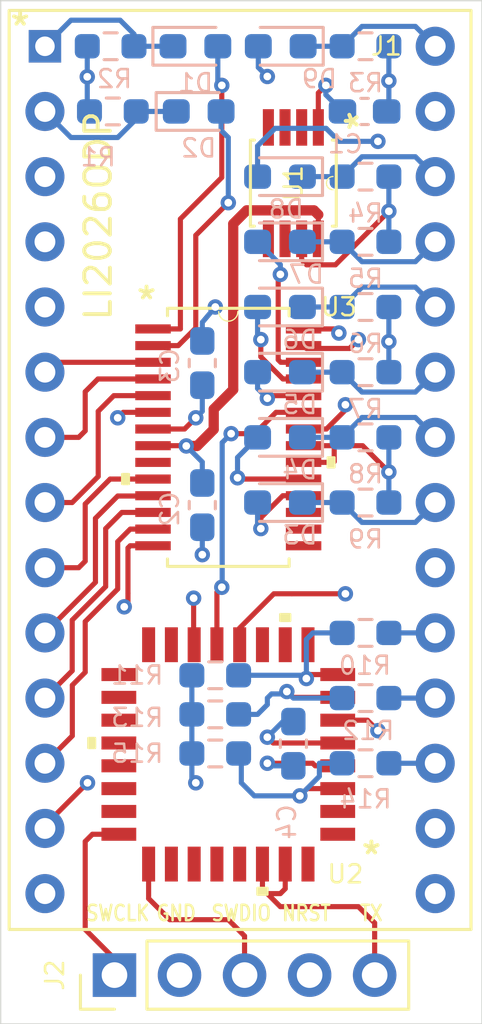
<source format=kicad_pcb>
(kicad_pcb (version 20171130) (host pcbnew 5.1.12-84ad8e8a86~92~ubuntu20.04.1)
  (layers (0 F.Cu signal hide) (1 In1.Cu power hide) (2 In2.Cu signal hide) (31 B.Cu signal hide) (34 B.Paste user hide) (35 F.Paste user hide) (36 B.SilkS user) (37 F.SilkS user) (38 B.Mask user hide) (39 F.Mask user hide) (44 Edge.Cuts user))
  (net 0 "")
  (net 1 "Net-(J1-Pad27)")
  (net 2 "Net-(J1-Pad20)")
  (net 3 "Net-(J1-Pad16)")
  (net 4 "Net-(J1-Pad15)")
  (net 5 "Net-(J1-Pad5)")
  (net 6 "Net-(J1-Pad3)")
  (net 7 "Net-(U2-Pad32)")
  (net 8 "Net-(U2-Pad29)")
  (net 9 "Net-(U2-Pad28)")
  (net 10 "Net-(U2-Pad27)")
  (net 11 "Net-(U2-Pad26)")
  (net 12 "Net-(U2-Pad23)")
  (net 13 "Net-(U2-Pad22)")
  (net 14 "Net-(U2-Pad21)")
  (net 15 "Net-(U2-Pad20)")
  (net 16 "Net-(U2-Pad19)")
  (net 17 "Net-(U2-Pad18)")
  (net 18 "Net-(U2-Pad17)")
  (net 19 "Net-(U2-Pad16)")
  (net 20 "Net-(U2-Pad15)")
  (net 21 "Net-(U2-Pad2)")
  (net 22 "Net-(U2-Pad1)")
  (net 23 "Net-(U3-Pad17)")
  (net 24 "Net-(U3-Pad16)")
  (net 25 "Net-(U3-Pad15)")
  (net 26 "Net-(U3-Pad9)")
  (net 27 GND)
  (net 28 +3V3)
  (net 29 /+25V)
  (net 30 /D1)
  (net 31 "Net-(D1-Pad1)")
  (net 32 /D0)
  (net 33 "Net-(D2-Pad1)")
  (net 34 /D8)
  (net 35 "Net-(D3-Pad1)")
  (net 36 /D7)
  (net 37 "Net-(D4-Pad1)")
  (net 38 /D6)
  (net 39 "Net-(D5-Pad1)")
  (net 40 /D5)
  (net 41 "Net-(D6-Pad1)")
  (net 42 /D4)
  (net 43 "Net-(D7-Pad1)")
  (net 44 /D3)
  (net 45 "Net-(D8-Pad1)")
  (net 46 /D2)
  (net 47 "Net-(D9-Pad1)")
  (net 48 /KEY3)
  (net 49 /KEY2)
  (net 50 /KEY1)
  (net 51 /SEG_DP)
  (net 52 /SEG_D)
  (net 53 /SEG_C)
  (net 54 /SEG_E)
  (net 55 /SEG_G)
  (net 56 /SEG_B)
  (net 57 /SEG_F)
  (net 58 /SEG_A)
  (net 59 /NRST)
  (net 60 /SWDIO)
  (net 61 /SWCLK)
  (net 62 /RKEY3)
  (net 63 /RKEY2)
  (net 64 /RKEY1)
  (net 65 /MOSI)
  (net 66 /LOAD)
  (net 67 /SCK)
  (net 68 /LPUART2_TX)
  (net 69 "Net-(U2-Pad9)")
  (net 70 "Net-(U2-Pad10)")
  (net 71 "Net-(U2-Pad11)")
  (net 72 "Net-(U1-Pad6)")
  (net 73 "Net-(U1-Pad5)")
  (net 74 "Net-(U1-Pad4)")
  (net 75 "Net-(U1-Pad3)")
  (net 76 "Net-(U1-Pad2)")
  (module Connector_PinHeader_2.54mm:PinHeader_1x05_P2.54mm_Vertical (layer F.Cu) (at 120.015 122.555 90)
    (fp_text reference J2 (at 0 -2.33 90) (layer F.SilkS) (effects (font (size 0.7 0.7) (thickness 0.1))))
    (fp_text value Conn_01x05_Male)
    (pad 5 thru_hole oval (at 0 10.16 90) (size 1.7 1.7) (drill 1) (layers *.Cu *.Mask) (net 68 /LPUART2_TX))
    (pad 4 thru_hole oval (at 0 7.62 90) (size 1.7 1.7) (drill 1) (layers *.Cu *.Mask) (net 59 /NRST))
    (pad 3 thru_hole oval (at 0 5.08 90) (size 1.7 1.7) (drill 1) (layers *.Cu *.Mask) (net 60 /SWDIO))
    (pad 2 thru_hole oval (at 0 2.54 90) (size 1.7 1.7) (drill 1) (layers *.Cu *.Mask) (net 27 GND))
    (pad 1 thru_hole rect (at 0 0 90) (size 1.7 1.7) (drill 1) (layers *.Cu *.Mask) (net 61 /SWCLK))
  )
  (module DIP28:9-1437539-2 (layer F.Cu) (at 132.54 119.38)
    (fp_text reference J1 (at -1.905 -33.02) (layer F.SilkS) (effects (font (size 0.7 0.7) (thickness 0.1))))
    (fp_text value CON28-B700X1400_DIP hide)
    (fp_text user * (at -16.208 -33.782) (layer F.SilkS))
    (pad 28 thru_hole circle (at 0 -33.02) (size 1.524 1.524) (drill 0.8128) (layers *.Cu *.Mask) (net 47 "Net-(D9-Pad1)"))
    (pad 27 thru_hole circle (at 0 -30.48) (size 1.524 1.524) (drill 0.8128) (layers *.Cu *.Mask) (net 1 "Net-(J1-Pad27)"))
    (pad 26 thru_hole circle (at 0 -27.94) (size 1.524 1.524) (drill 0.8128) (layers *.Cu *.Mask) (net 45 "Net-(D8-Pad1)"))
    (pad 25 thru_hole circle (at 0 -25.4) (size 1.524 1.524) (drill 0.8128) (layers *.Cu *.Mask) (net 43 "Net-(D7-Pad1)"))
    (pad 24 thru_hole circle (at 0 -22.86) (size 1.524 1.524) (drill 0.8128) (layers *.Cu *.Mask) (net 41 "Net-(D6-Pad1)"))
    (pad 23 thru_hole circle (at 0 -20.32) (size 1.524 1.524) (drill 0.8128) (layers *.Cu *.Mask) (net 39 "Net-(D5-Pad1)"))
    (pad 22 thru_hole circle (at 0 -17.78) (size 1.524 1.524) (drill 0.8128) (layers *.Cu *.Mask) (net 37 "Net-(D4-Pad1)"))
    (pad 21 thru_hole circle (at 0 -15.24) (size 1.524 1.524) (drill 0.8128) (layers *.Cu *.Mask) (net 35 "Net-(D3-Pad1)"))
    (pad 20 thru_hole circle (at 0 -12.7) (size 1.524 1.524) (drill 0.8128) (layers *.Cu *.Mask) (net 2 "Net-(J1-Pad20)"))
    (pad 19 thru_hole circle (at 0 -10.16) (size 1.524 1.524) (drill 0.8128) (layers *.Cu *.Mask) (net 48 /KEY3))
    (pad 18 thru_hole circle (at 0 -7.62) (size 1.524 1.524) (drill 0.8128) (layers *.Cu *.Mask) (net 49 /KEY2))
    (pad 17 thru_hole circle (at 0 -5.08) (size 1.524 1.524) (drill 0.8128) (layers *.Cu *.Mask) (net 50 /KEY1))
    (pad 16 thru_hole circle (at 0 -2.54) (size 1.524 1.524) (drill 0.8128) (layers *.Cu *.Mask) (net 3 "Net-(J1-Pad16)"))
    (pad 15 thru_hole circle (at 0 0) (size 1.524 1.524) (drill 0.8128) (layers *.Cu *.Mask) (net 4 "Net-(J1-Pad15)"))
    (pad 14 thru_hole circle (at -15.24 0) (size 1.524 1.524) (drill 0.8128) (layers *.Cu *.Mask) (net 29 /+25V))
    (pad 13 thru_hole circle (at -15.24 -2.54) (size 1.524 1.524) (drill 0.8128) (layers *.Cu *.Mask) (net 51 /SEG_DP))
    (pad 12 thru_hole circle (at -15.24 -5.08) (size 1.524 1.524) (drill 0.8128) (layers *.Cu *.Mask) (net 52 /SEG_D))
    (pad 11 thru_hole circle (at -15.24 -7.62) (size 1.524 1.524) (drill 0.8128) (layers *.Cu *.Mask) (net 53 /SEG_C))
    (pad 10 thru_hole circle (at -15.24 -10.16) (size 1.524 1.524) (drill 0.8128) (layers *.Cu *.Mask) (net 54 /SEG_E))
    (pad 9 thru_hole circle (at -15.24 -12.7) (size 1.524 1.524) (drill 0.8128) (layers *.Cu *.Mask) (net 55 /SEG_G))
    (pad 8 thru_hole circle (at -15.24 -15.24) (size 1.524 1.524) (drill 0.8128) (layers *.Cu *.Mask) (net 56 /SEG_B))
    (pad 7 thru_hole circle (at -15.24 -17.78) (size 1.524 1.524) (drill 0.8128) (layers *.Cu *.Mask) (net 57 /SEG_F))
    (pad 6 thru_hole circle (at -15.24 -20.32) (size 1.524 1.524) (drill 0.8128) (layers *.Cu *.Mask) (net 58 /SEG_A))
    (pad 5 thru_hole circle (at -15.24 -22.86) (size 1.524 1.524) (drill 0.8128) (layers *.Cu *.Mask) (net 5 "Net-(J1-Pad5)"))
    (pad 4 thru_hole circle (at -15.24 -25.4) (size 1.524 1.524) (drill 0.8128) (layers *.Cu *.Mask) (net 27 GND))
    (pad 3 thru_hole circle (at -15.24 -27.94) (size 1.524 1.524) (drill 0.8128) (layers *.Cu *.Mask) (net 6 "Net-(J1-Pad3)"))
    (pad 2 thru_hole circle (at -15.24 -30.48) (size 1.524 1.524) (drill 0.8128) (layers *.Cu *.Mask) (net 33 "Net-(D2-Pad1)"))
    (pad 1 thru_hole rect (at -15.24 -33.02) (size 1.27 1.27) (drill 0.762) (layers *.Cu *.Mask) (net 31 "Net-(D1-Pad1)"))
  )
  (module LM2936MM:LM2936MM-3.3 (layer F.Cu) (at 127 91.694 270)
    (fp_text reference U1 (at 0 0 90) (layer F.SilkS) (effects (font (size 0.7 0.7) (thickness 0.1))))
    (fp_text value MUA08A_TEX hide)
    (fp_text user * (at -2.4257 -2.5879 90) (layer F.SilkS))
    (fp_text user * (at -2.4257 -2.5879 90) (layer F.SilkS))
    (pad 8 smd rect (at 2.1717 -0.974999 270) (size 1.4224 0.4318) (layers F.Cu F.Paste F.Mask) (net 29 /+25V))
    (pad 7 smd rect (at 2.1717 -0.325001 270) (size 1.4224 0.4318) (layers F.Cu F.Paste F.Mask) (net 27 GND))
    (pad 6 smd rect (at 2.1717 0.325001 270) (size 1.4224 0.4318) (layers F.Cu F.Paste F.Mask) (net 72 "Net-(U1-Pad6)"))
    (pad 5 smd rect (at 2.1717 0.974999 270) (size 1.4224 0.4318) (layers F.Cu F.Paste F.Mask) (net 73 "Net-(U1-Pad5)"))
    (pad 4 smd rect (at -2.1717 0.974999 270) (size 1.4224 0.4318) (layers F.Cu F.Paste F.Mask) (net 74 "Net-(U1-Pad4)"))
    (pad 3 smd rect (at -2.1717 0.325001 270) (size 1.4224 0.4318) (layers F.Cu F.Paste F.Mask) (net 75 "Net-(U1-Pad3)"))
    (pad 2 smd rect (at -2.1717 -0.325001 270) (size 1.4224 0.4318) (layers F.Cu F.Paste F.Mask) (net 76 "Net-(U1-Pad2)"))
    (pad 1 smd rect (at -2.1717 -0.974999 270) (size 1.4224 0.4318) (layers F.Cu F.Paste F.Mask) (net 28 +3V3))
  )
  (module MAX6921:max6921aui (layer F.Cu) (at 124.46 101.6)
    (fp_text reference U3 (at 4.318 -5.08) (layer F.SilkS) (effects (font (size 0.7 0.7) (thickness 0.1))))
    (fp_text value 21-0066J_28_MXM hide)
    (fp_text user * (at -3.19405 -5.334) (layer F.SilkS))
    (pad 28 smd rect (at 2.94005 -4.225) (size 1.3843 0.3556) (layers F.Cu F.Paste F.Mask) (net 46 /D2))
    (pad 27 smd rect (at 2.94005 -3.574999) (size 1.3843 0.3556) (layers F.Cu F.Paste F.Mask) (net 44 /D3))
    (pad 26 smd rect (at 2.94005 -2.925) (size 1.3843 0.3556) (layers F.Cu F.Paste F.Mask) (net 42 /D4))
    (pad 25 smd rect (at 2.94005 -2.274999) (size 1.3843 0.3556) (layers F.Cu F.Paste F.Mask) (net 40 /D5))
    (pad 24 smd rect (at 2.94005 -1.625001) (size 1.3843 0.3556) (layers F.Cu F.Paste F.Mask) (net 38 /D6))
    (pad 23 smd rect (at 2.94005 -0.974999) (size 1.3843 0.3556) (layers F.Cu F.Paste F.Mask) (net 66 /LOAD))
    (pad 22 smd rect (at 2.94005 -0.325001) (size 1.3843 0.3556) (layers F.Cu F.Paste F.Mask) (net 67 /SCK))
    (pad 21 smd rect (at 2.94005 0.325001) (size 1.3843 0.3556) (layers F.Cu F.Paste F.Mask) (net 27 GND))
    (pad 20 smd rect (at 2.94005 0.974999) (size 1.3843 0.3556) (layers F.Cu F.Paste F.Mask) (net 27 GND))
    (pad 19 smd rect (at 2.94005 1.625001) (size 1.3843 0.3556) (layers F.Cu F.Paste F.Mask) (net 36 /D7))
    (pad 18 smd rect (at 2.94005 2.274999) (size 1.3843 0.3556) (layers F.Cu F.Paste F.Mask) (net 34 /D8))
    (pad 17 smd rect (at 2.94005 2.925) (size 1.3843 0.3556) (layers F.Cu F.Paste F.Mask) (net 23 "Net-(U3-Pad17)"))
    (pad 16 smd rect (at 2.94005 3.574999) (size 1.3843 0.3556) (layers F.Cu F.Paste F.Mask) (net 24 "Net-(U3-Pad16)"))
    (pad 15 smd rect (at 2.94005 4.225) (size 1.3843 0.3556) (layers F.Cu F.Paste F.Mask) (net 25 "Net-(U3-Pad15)"))
    (pad 14 smd rect (at -2.94005 4.224998) (size 1.3843 0.3556) (layers F.Cu F.Paste F.Mask) (net 51 /SEG_DP))
    (pad 13 smd rect (at -2.94005 3.574999) (size 1.3843 0.3556) (layers F.Cu F.Paste F.Mask) (net 52 /SEG_D))
    (pad 12 smd rect (at -2.94005 2.924998) (size 1.3843 0.3556) (layers F.Cu F.Paste F.Mask) (net 53 /SEG_C))
    (pad 11 smd rect (at -2.94005 2.274999) (size 1.3843 0.3556) (layers F.Cu F.Paste F.Mask) (net 54 /SEG_E))
    (pad 10 smd rect (at -2.94005 1.624998) (size 1.3843 0.3556) (layers F.Cu F.Paste F.Mask) (net 55 /SEG_G))
    (pad 9 smd rect (at -2.94005 0.974999) (size 1.3843 0.3556) (layers F.Cu F.Paste F.Mask) (net 26 "Net-(U3-Pad9)"))
    (pad 8 smd rect (at -2.94005 0.324998) (size 1.3843 0.3556) (layers F.Cu F.Paste F.Mask) (net 29 /+25V))
    (pad 7 smd rect (at -2.94005 -0.325001) (size 1.3843 0.3556) (layers F.Cu F.Paste F.Mask) (net 28 +3V3))
    (pad 6 smd rect (at -2.94005 -0.974999) (size 1.3843 0.3556) (layers F.Cu F.Paste F.Mask) (net 65 /MOSI))
    (pad 5 smd rect (at -2.94005 -1.625001) (size 1.3843 0.3556) (layers F.Cu F.Paste F.Mask) (net 56 /SEG_B))
    (pad 4 smd rect (at -2.94005 -2.274999) (size 1.3843 0.3556) (layers F.Cu F.Paste F.Mask) (net 57 /SEG_F))
    (pad 3 smd rect (at -2.94005 -2.925) (size 1.3843 0.3556) (layers F.Cu F.Paste F.Mask) (net 58 /SEG_A))
    (pad 2 smd rect (at -2.94005 -3.574999) (size 1.3843 0.3556) (layers F.Cu F.Paste F.Mask) (net 32 /D0))
    (pad 1 smd rect (at -2.94005 -4.225) (size 1.3843 0.3556) (layers F.Cu F.Paste F.Mask) (net 30 /D1))
  )
  (module Resistor_SMD:R_0603_1608Metric_Pad0.98x0.95mm_HandSolder (layer B.Cu) (at 123.95 113.919 180)
    (fp_text reference R15 (at 3.046 0) (layer B.SilkS) (effects (font (size 0.7 0.7) (thickness 0.1)) (justify mirror)))
    (fp_text value 3.3k)
    (pad 2 smd roundrect (at 0.9125 0 180) (size 0.975 0.95) (layers B.Cu B.Paste B.Mask) (net 27 GND))
    (pad 1 smd roundrect (at -0.9125 0 180) (size 0.975 0.95) (layers B.Cu B.Paste B.Mask) (net 64 /RKEY1))
  )
  (module Resistor_SMD:R_0603_1608Metric_Pad0.98x0.95mm_HandSolder (layer B.Cu) (at 129.8175 114.3 180)
    (fp_text reference R14 (at 0 -1.397) (layer B.SilkS) (effects (font (size 0.7 0.7) (thickness 0.1)) (justify mirror)))
    (fp_text value 27k)
    (pad 2 smd roundrect (at 0.9125 0 180) (size 0.975 0.95) (layers B.Cu B.Paste B.Mask) (net 64 /RKEY1))
    (pad 1 smd roundrect (at -0.9125 0 180) (size 0.975 0.95) (layers B.Cu B.Paste B.Mask) (net 50 /KEY1))
  )
  (module Resistor_SMD:R_0603_1608Metric_Pad0.98x0.95mm_HandSolder (layer B.Cu) (at 123.95 112.395 180)
    (fp_text reference R13 (at 3.046 -0.127) (layer B.SilkS) (effects (font (size 0.7 0.7) (thickness 0.1)) (justify mirror)))
    (fp_text value 3.3k)
    (pad 2 smd roundrect (at 0.9125 0 180) (size 0.975 0.95) (layers B.Cu B.Paste B.Mask) (net 27 GND))
    (pad 1 smd roundrect (at -0.9125 0 180) (size 0.975 0.95) (layers B.Cu B.Paste B.Mask) (net 63 /RKEY2))
  )
  (module Resistor_SMD:R_0603_1608Metric_Pad0.98x0.95mm_HandSolder (layer B.Cu) (at 129.8175 111.76 180)
    (fp_text reference R12 (at -0.1035 -1.27) (layer B.SilkS) (effects (font (size 0.7 0.7) (thickness 0.1)) (justify mirror)))
    (fp_text value 27k)
    (pad 2 smd roundrect (at 0.9125 0 180) (size 0.975 0.95) (layers B.Cu B.Paste B.Mask) (net 63 /RKEY2))
    (pad 1 smd roundrect (at -0.9125 0 180) (size 0.975 0.95) (layers B.Cu B.Paste B.Mask) (net 49 /KEY2))
  )
  (module Resistor_SMD:R_0603_1608Metric_Pad0.98x0.95mm_HandSolder (layer B.Cu) (at 123.95 110.871 180)
    (fp_text reference R11 (at 3.046 0) (layer B.SilkS) (effects (font (size 0.7 0.7) (thickness 0.1)) (justify mirror)))
    (fp_text value 3.3k)
    (pad 2 smd roundrect (at 0.9125 0 180) (size 0.975 0.95) (layers B.Cu B.Paste B.Mask) (net 27 GND))
    (pad 1 smd roundrect (at -0.9125 0 180) (size 0.975 0.95) (layers B.Cu B.Paste B.Mask) (net 62 /RKEY3))
  )
  (module Resistor_SMD:R_0603_1608Metric_Pad0.98x0.95mm_HandSolder (layer B.Cu) (at 129.8175 109.22 180)
    (fp_text reference R10 (at 0.0235 -1.27) (layer B.SilkS) (effects (font (size 0.7 0.7) (thickness 0.1)) (justify mirror)))
    (fp_text value 27k)
    (pad 2 smd roundrect (at 0.9125 0 180) (size 0.975 0.95) (layers B.Cu B.Paste B.Mask) (net 62 /RKEY3))
    (pad 1 smd roundrect (at -0.9125 0 180) (size 0.975 0.95) (layers B.Cu B.Paste B.Mask) (net 48 /KEY3))
  )
  (module Resistor_SMD:R_0603_1608Metric_Pad0.98x0.95mm_HandSolder (layer B.Cu) (at 129.8175 104.14)
    (fp_text reference R9 (at 0 1.43) (layer B.SilkS) (effects (font (size 0.7 0.7) (thickness 0.1)) (justify mirror)))
    (fp_text value 15k)
    (pad 2 smd roundrect (at 0.9125 0) (size 0.975 0.95) (layers B.Cu B.Paste B.Mask) (net 27 GND))
    (pad 1 smd roundrect (at -0.9125 0) (size 0.975 0.95) (layers B.Cu B.Paste B.Mask) (net 35 "Net-(D3-Pad1)"))
  )
  (module Resistor_SMD:R_0603_1608Metric_Pad0.98x0.95mm_HandSolder (layer B.Cu) (at 129.8175 101.6)
    (fp_text reference R8 (at 0 1.43) (layer B.SilkS) (effects (font (size 0.7 0.7) (thickness 0.1)) (justify mirror)))
    (fp_text value 15k)
    (pad 2 smd roundrect (at 0.9125 0) (size 0.975 0.95) (layers B.Cu B.Paste B.Mask) (net 27 GND))
    (pad 1 smd roundrect (at -0.9125 0) (size 0.975 0.95) (layers B.Cu B.Paste B.Mask) (net 37 "Net-(D4-Pad1)"))
  )
  (module Resistor_SMD:R_0603_1608Metric_Pad0.98x0.95mm_HandSolder (layer B.Cu) (at 129.8175 99.06)
    (fp_text reference R7 (at 0 1.43) (layer B.SilkS) (effects (font (size 0.7 0.7) (thickness 0.1)) (justify mirror)))
    (fp_text value 15k)
    (pad 2 smd roundrect (at 0.9125 0) (size 0.975 0.95) (layers B.Cu B.Paste B.Mask) (net 27 GND))
    (pad 1 smd roundrect (at -0.9125 0) (size 0.975 0.95) (layers B.Cu B.Paste B.Mask) (net 39 "Net-(D5-Pad1)"))
  )
  (module Resistor_SMD:R_0603_1608Metric_Pad0.98x0.95mm_HandSolder (layer B.Cu) (at 129.8175 96.52)
    (fp_text reference R6 (at 0 1.43) (layer B.SilkS) (effects (font (size 0.7 0.7) (thickness 0.1)) (justify mirror)))
    (fp_text value 15k)
    (pad 2 smd roundrect (at 0.9125 0) (size 0.975 0.95) (layers B.Cu B.Paste B.Mask) (net 27 GND))
    (pad 1 smd roundrect (at -0.9125 0) (size 0.975 0.95) (layers B.Cu B.Paste B.Mask) (net 41 "Net-(D6-Pad1)"))
  )
  (module Resistor_SMD:R_0603_1608Metric_Pad0.98x0.95mm_HandSolder (layer B.Cu) (at 129.8175 93.98)
    (fp_text reference R5 (at 0 1.43) (layer B.SilkS) (effects (font (size 0.7 0.7) (thickness 0.1)) (justify mirror)))
    (fp_text value 15k)
    (pad 2 smd roundrect (at 0.9125 0) (size 0.975 0.95) (layers B.Cu B.Paste B.Mask) (net 27 GND))
    (pad 1 smd roundrect (at -0.9125 0) (size 0.975 0.95) (layers B.Cu B.Paste B.Mask) (net 43 "Net-(D7-Pad1)"))
  )
  (module Diode_SMD:D_0603_1608Metric_Pad1.05x0.95mm_HandSolder (layer B.Cu) (at 126.506 86.36 180)
    (fp_text reference D9 (at -1.51 -1.27) (layer B.SilkS) (effects (font (size 0.7 0.7) (thickness 0.1)) (justify mirror)))
    (fp_text value D)
    (pad 2 smd roundrect (at 0.875 0 180) (size 1.05 0.95) (layers B.Cu B.Paste B.Mask) (net 46 /D2))
    (pad 1 smd roundrect (at -0.875 0 180) (size 1.05 0.95) (layers B.Cu B.Paste B.Mask) (net 47 "Net-(D9-Pad1)"))
  )
  (module Diode_SMD:D_0603_1608Metric_Pad1.05x0.95mm_HandSolder (layer B.Cu) (at 126.478 93.98 180)
    (fp_text reference D7 (at -1.03 -1.27) (layer B.SilkS) (effects (font (size 0.7 0.7) (thickness 0.1)) (justify mirror)))
    (fp_text value D)
    (pad 2 smd roundrect (at 0.875 0 180) (size 1.05 0.95) (layers B.Cu B.Paste B.Mask) (net 42 /D4))
    (pad 1 smd roundrect (at -0.875 0 180) (size 1.05 0.95) (layers B.Cu B.Paste B.Mask) (net 43 "Net-(D7-Pad1)"))
  )
  (module Diode_SMD:D_0603_1608Metric_Pad1.05x0.95mm_HandSolder (layer B.Cu) (at 126.478 96.52 180)
    (fp_text reference D6 (at -0.776 -1.27) (layer B.SilkS) (effects (font (size 0.7 0.7) (thickness 0.1)) (justify mirror)))
    (fp_text value D)
    (pad 2 smd roundrect (at 0.875 0 180) (size 1.05 0.95) (layers B.Cu B.Paste B.Mask) (net 40 /D5))
    (pad 1 smd roundrect (at -0.875 0 180) (size 1.05 0.95) (layers B.Cu B.Paste B.Mask) (net 41 "Net-(D6-Pad1)"))
  )
  (module Diode_SMD:D_0603_1608Metric_Pad1.05x0.95mm_HandSolder (layer B.Cu) (at 126.478 99.06 180)
    (fp_text reference D5 (at -0.776 -1.27) (layer B.SilkS) (effects (font (size 0.7 0.7) (thickness 0.1)) (justify mirror)))
    (fp_text value D)
    (pad 2 smd roundrect (at 0.875 0 180) (size 1.05 0.95) (layers B.Cu B.Paste B.Mask) (net 38 /D6))
    (pad 1 smd roundrect (at -0.875 0 180) (size 1.05 0.95) (layers B.Cu B.Paste B.Mask) (net 39 "Net-(D5-Pad1)"))
  )
  (module Capacitor_SMD:C_0603_1608Metric_Pad1.08x0.95mm_HandSolder (layer B.Cu) (at 127 113.538 90)
    (fp_text reference C4 (at -3.048 -0.254 90) (layer B.SilkS) (effects (font (size 0.7 0.7) (thickness 0.1)) (justify mirror)))
    (fp_text value 0.1u)
    (pad 2 smd roundrect (at 0.8625 0 90) (size 1.075 0.95) (layers B.Cu B.Paste B.Mask) (net 27 GND))
    (pad 1 smd roundrect (at -0.8625 0 90) (size 1.075 0.95) (layers B.Cu B.Paste B.Mask) (net 28 +3V3))
  )
  (module Capacitor_SMD:C_0603_1608Metric_Pad1.08x0.95mm_HandSolder (layer B.Cu) (at 123.444 98.7055 90)
    (fp_text reference C3 (at -0.1005 -1.27 90) (layer B.SilkS) (effects (font (size 0.7 0.7) (thickness 0.1)) (justify mirror)))
    (fp_text value 0.1u)
    (pad 2 smd roundrect (at 0.8625 0 90) (size 1.075 0.95) (layers B.Cu B.Paste B.Mask) (net 27 GND))
    (pad 1 smd roundrect (at -0.8625 0 90) (size 1.075 0.95) (layers B.Cu B.Paste B.Mask) (net 28 +3V3))
  )
  (module Capacitor_SMD:C_0603_1608Metric_Pad1.08x0.95mm_HandSolder (layer B.Cu) (at 123.444 104.2405 270)
    (fp_text reference C2 (at 0.1535 1.27 90) (layer B.SilkS) (effects (font (size 0.7 0.7) (thickness 0.1)) (justify mirror)))
    (fp_text value 0.1u)
    (pad 2 smd roundrect (at 0.8625 0 270) (size 1.075 0.95) (layers B.Cu B.Paste B.Mask) (net 27 GND))
    (pad 1 smd roundrect (at -0.8625 0 270) (size 1.075 0.95) (layers B.Cu B.Paste B.Mask) (net 29 /+25V))
  )
  (module Capacitor_SMD:C_0603_1608Metric_Pad1.08x0.95mm_HandSolder (layer B.Cu) (at 129.781 88.9)
    (fp_text reference C1 (at -0.749 1.27) (layer B.SilkS) (effects (font (size 0.7 0.7) (thickness 0.1)) (justify mirror)))
    (fp_text value 4.7u)
    (pad 2 smd roundrect (at 0.8625 0) (size 1.075 0.95) (layers B.Cu B.Paste B.Mask) (net 27 GND))
    (pad 1 smd roundrect (at -0.8625 0) (size 1.075 0.95) (layers B.Cu B.Paste B.Mask) (net 28 +3V3))
  )
  (module Resistor_SMD:R_0603_1608Metric_Pad0.98x0.95mm_HandSolder (layer B.Cu) (at 129.8175 86.36)
    (fp_text reference R3 (at 0 1.43) (layer B.SilkS) (effects (font (size 0.7 0.7) (thickness 0.1)) (justify mirror)))
    (fp_text value 15k)
    (pad 2 smd roundrect (at 0.9125 0) (size 0.975 0.95) (layers B.Cu B.Paste B.Mask) (net 27 GND))
    (pad 1 smd roundrect (at -0.9125 0) (size 0.975 0.95) (layers B.Cu B.Paste B.Mask) (net 47 "Net-(D9-Pad1)"))
  )
  (module Resistor_SMD:R_0603_1608Metric_Pad0.98x0.95mm_HandSolder (layer B.Cu) (at 119.8645 86.36 180)
    (fp_text reference R2 (at -0.1505 -1.27) (layer B.SilkS) (effects (font (size 0.7 0.7) (thickness 0.1)) (justify mirror)))
    (fp_text value 15k)
    (pad 2 smd roundrect (at 0.9125 0 180) (size 0.975 0.95) (layers B.Cu B.Paste B.Mask) (net 27 GND))
    (pad 1 smd roundrect (at -0.9125 0 180) (size 0.975 0.95) (layers B.Cu B.Paste B.Mask) (net 31 "Net-(D1-Pad1)"))
  )
  (module Resistor_SMD:R_0603_1608Metric_Pad0.98x0.95mm_HandSolder (layer B.Cu) (at 119.951 88.9 180)
    (fp_text reference R1 (at 0.571 -1.778) (layer B.SilkS) (effects (font (size 0.7 0.7) (thickness 0.1)) (justify mirror)))
    (fp_text value 15k)
    (pad 2 smd roundrect (at 0.9125 0 180) (size 0.975 0.95) (layers B.Cu B.Paste B.Mask) (net 27 GND))
    (pad 1 smd roundrect (at -0.9125 0 180) (size 0.975 0.95) (layers B.Cu B.Paste B.Mask) (net 33 "Net-(D2-Pad1)"))
  )
  (module Diode_SMD:D_0603_1608Metric_Pad1.05x0.95mm_HandSolder (layer B.Cu) (at 126.478 101.6 180)
    (fp_text reference D4 (at -0.776 -1.27) (layer B.SilkS) (effects (font (size 0.7 0.7) (thickness 0.1)) (justify mirror)))
    (fp_text value D)
    (pad 2 smd roundrect (at 0.875 0 180) (size 1.05 0.95) (layers B.Cu B.Paste B.Mask) (net 36 /D7))
    (pad 1 smd roundrect (at -0.875 0 180) (size 1.05 0.95) (layers B.Cu B.Paste B.Mask) (net 37 "Net-(D4-Pad1)"))
  )
  (module Diode_SMD:D_0603_1608Metric_Pad1.05x0.95mm_HandSolder (layer B.Cu) (at 126.478 104.14 180)
    (fp_text reference D3 (at -0.776 -1.27) (layer B.SilkS) (effects (font (size 0.7 0.7) (thickness 0.1)) (justify mirror)))
    (fp_text value D)
    (pad 2 smd roundrect (at 0.875 0 180) (size 1.05 0.95) (layers B.Cu B.Paste B.Mask) (net 34 /D8))
    (pad 1 smd roundrect (at -0.875 0 180) (size 1.05 0.95) (layers B.Cu B.Paste B.Mask) (net 35 "Net-(D3-Pad1)"))
  )
  (module Diode_SMD:D_0603_1608Metric_Pad1.05x0.95mm_HandSolder (layer B.Cu) (at 123.303 88.9)
    (fp_text reference D2 (at 0 1.43) (layer B.SilkS) (effects (font (size 0.7 0.7) (thickness 0.1)) (justify mirror)))
    (fp_text value D)
    (pad 2 smd roundrect (at 0.875 0) (size 1.05 0.95) (layers B.Cu B.Paste B.Mask) (net 32 /D0))
    (pad 1 smd roundrect (at -0.875 0) (size 1.05 0.95) (layers B.Cu B.Paste B.Mask) (net 33 "Net-(D2-Pad1)"))
  )
  (module Diode_SMD:D_0603_1608Metric_Pad1.05x0.95mm_HandSolder (layer B.Cu) (at 123.176 86.36)
    (fp_text reference D1 (at 0 1.43) (layer B.SilkS) (effects (font (size 0.7 0.7) (thickness 0.1)) (justify mirror)))
    (fp_text value D)
    (pad 2 smd roundrect (at 0.875 0) (size 1.05 0.95) (layers B.Cu B.Paste B.Mask) (net 30 /D1))
    (pad 1 smd roundrect (at -0.875 0) (size 1.05 0.95) (layers B.Cu B.Paste B.Mask) (net 31 "Net-(D1-Pad1)"))
  )
  (module Resistor_SMD:R_0603_1608Metric_Pad0.98x0.95mm_HandSolder (layer B.Cu) (at 129.8175 91.44)
    (fp_text reference R4 (at 0 1.43) (layer B.SilkS) (effects (font (size 0.7 0.7) (thickness 0.1)) (justify mirror)))
    (fp_text value 15k)
    (pad 2 smd roundrect (at 0.9125 0) (size 0.975 0.95) (layers B.Cu B.Paste B.Mask) (net 27 GND))
    (pad 1 smd roundrect (at -0.9125 0) (size 0.975 0.95) (layers B.Cu B.Paste B.Mask) (net 45 "Net-(D8-Pad1)"))
  )
  (module Diode_SMD:D_0603_1608Metric_Pad1.05x0.95mm_HandSolder (layer B.Cu) (at 126.478 91.44 180)
    (fp_text reference D8 (at -0.24 -1.27) (layer B.SilkS) (effects (font (size 0.7 0.7) (thickness 0.1)) (justify mirror)))
    (fp_text value D)
    (pad 2 smd roundrect (at 0.875 0 180) (size 1.05 0.95) (layers B.Cu B.Paste B.Mask) (net 44 /D3))
    (pad 1 smd roundrect (at -0.875 0 180) (size 1.05 0.95) (layers B.Cu B.Paste B.Mask) (net 45 "Net-(D8-Pad1)"))
  )
  (module STM32G0B1:STM32G0B1KET6 (layer F.Cu) (at 124.46 113.955 180)
    (fp_text reference U2 (at -4.572 -4.663) (layer F.SilkS) (effects (font (size 0.7 0.7) (thickness 0.1))))
    (fp_text value LQFP_0B1KET6_STM hide)
    (fp_text user * (at -5.588 -3.937) (layer F.SilkS))
    (fp_text user * (at -5.588 -3.937) (layer F.SilkS))
    (pad 32 smd rect (at -3.1115 -4.27355 180) (size 0.508 1.3589) (layers F.Cu F.Paste F.Mask) (net 7 "Net-(U2-Pad32)"))
    (pad 31 smd rect (at -2.2225 -4.27355 180) (size 0.508 1.3589) (layers F.Cu F.Paste F.Mask) (net 68 /LPUART2_TX))
    (pad 30 smd rect (at -1.3335 -4.27355 180) (size 0.508 1.3589) (layers F.Cu F.Paste F.Mask) (net 68 /LPUART2_TX))
    (pad 29 smd rect (at -0.4445 -4.27355 180) (size 0.508 1.3589) (layers F.Cu F.Paste F.Mask) (net 8 "Net-(U2-Pad29)"))
    (pad 28 smd rect (at 0.4445 -4.27355 180) (size 0.508 1.3589) (layers F.Cu F.Paste F.Mask) (net 9 "Net-(U2-Pad28)"))
    (pad 27 smd rect (at 1.3335 -4.27355 180) (size 0.508 1.3589) (layers F.Cu F.Paste F.Mask) (net 10 "Net-(U2-Pad27)"))
    (pad 26 smd rect (at 2.2225 -4.27355 180) (size 0.508 1.3589) (layers F.Cu F.Paste F.Mask) (net 11 "Net-(U2-Pad26)"))
    (pad 25 smd rect (at 3.1115 -4.27355 180) (size 0.508 1.3589) (layers F.Cu F.Paste F.Mask) (net 60 /SWDIO))
    (pad 24 smd rect (at 4.27355 -3.1115 270) (size 0.508 1.3589) (layers F.Cu F.Paste F.Mask) (net 61 /SWCLK))
    (pad 23 smd rect (at 4.27355 -2.2225 270) (size 0.508 1.3589) (layers F.Cu F.Paste F.Mask) (net 12 "Net-(U2-Pad23)"))
    (pad 22 smd rect (at 4.27355 -1.3335 270) (size 0.508 1.3589) (layers F.Cu F.Paste F.Mask) (net 13 "Net-(U2-Pad22)"))
    (pad 21 smd rect (at 4.27355 -0.4445 270) (size 0.508 1.3589) (layers F.Cu F.Paste F.Mask) (net 14 "Net-(U2-Pad21)"))
    (pad 20 smd rect (at 4.27355 0.4445 270) (size 0.508 1.3589) (layers F.Cu F.Paste F.Mask) (net 15 "Net-(U2-Pad20)"))
    (pad 19 smd rect (at 4.27355 1.3335 270) (size 0.508 1.3589) (layers F.Cu F.Paste F.Mask) (net 16 "Net-(U2-Pad19)"))
    (pad 18 smd rect (at 4.27355 2.2225 270) (size 0.508 1.3589) (layers F.Cu F.Paste F.Mask) (net 17 "Net-(U2-Pad18)"))
    (pad 17 smd rect (at 4.27355 3.1115 270) (size 0.508 1.3589) (layers F.Cu F.Paste F.Mask) (net 18 "Net-(U2-Pad17)"))
    (pad 16 smd rect (at 3.1115 4.27355 180) (size 0.508 1.3589) (layers F.Cu F.Paste F.Mask) (net 19 "Net-(U2-Pad16)"))
    (pad 15 smd rect (at 2.2225 4.27355 180) (size 0.508 1.3589) (layers F.Cu F.Paste F.Mask) (net 20 "Net-(U2-Pad15)"))
    (pad 14 smd rect (at 1.3335 4.27355 180) (size 0.508 1.3589) (layers F.Cu F.Paste F.Mask) (net 65 /MOSI))
    (pad 13 smd rect (at 0.4445 4.27355 180) (size 0.508 1.3589) (layers F.Cu F.Paste F.Mask) (net 66 /LOAD))
    (pad 12 smd rect (at -0.4445 4.27355 180) (size 0.508 1.3589) (layers F.Cu F.Paste F.Mask) (net 67 /SCK))
    (pad 11 smd rect (at -1.3335 4.27355 180) (size 0.508 1.3589) (layers F.Cu F.Paste F.Mask) (net 71 "Net-(U2-Pad11)"))
    (pad 10 smd rect (at -2.2225 4.27355 180) (size 0.508 1.3589) (layers F.Cu F.Paste F.Mask) (net 70 "Net-(U2-Pad10)"))
    (pad 9 smd rect (at -3.1115 4.27355 180) (size 0.508 1.3589) (layers F.Cu F.Paste F.Mask) (net 69 "Net-(U2-Pad9)"))
    (pad 8 smd rect (at -4.27355 3.1115 270) (size 0.508 1.3589) (layers F.Cu F.Paste F.Mask) (net 62 /RKEY3))
    (pad 7 smd rect (at -4.27355 2.2225 270) (size 0.508 1.3589) (layers F.Cu F.Paste F.Mask) (net 63 /RKEY2))
    (pad 6 smd rect (at -4.27355 1.3335 270) (size 0.508 1.3589) (layers F.Cu F.Paste F.Mask) (net 59 /NRST))
    (pad 5 smd rect (at -4.27355 0.4445 270) (size 0.508 1.3589) (layers F.Cu F.Paste F.Mask) (net 27 GND))
    (pad 4 smd rect (at -4.27355 -0.4445 270) (size 0.508 1.3589) (layers F.Cu F.Paste F.Mask) (net 28 +3V3))
    (pad 3 smd rect (at -4.27355 -1.3335 270) (size 0.508 1.3589) (layers F.Cu F.Paste F.Mask) (net 64 /RKEY1))
    (pad 2 smd rect (at -4.27355 -2.2225 270) (size 0.508 1.3589) (layers F.Cu F.Paste F.Mask) (net 21 "Net-(U2-Pad2)"))
    (pad 1 smd rect (at -4.27355 -3.1115 270) (size 0.508 1.3589) (layers F.Cu F.Paste F.Mask) (net 22 "Net-(U2-Pad1)"))
  )
  (gr_text TX (at 130.048 120.142) (layer F.SilkS) (effects (font (size 0.6 0.5) (thickness 0.1))))
  (gr_text NRST (at 127.508 120.142) (layer F.SilkS) (effects (font (size 0.6 0.5) (thickness 0.1))))
  (gr_text SWDIO (at 124.968 120.142) (layer F.SilkS) (effects (font (size 0.6 0.5) (thickness 0.1))))
  (gr_text SWCLK (at 120.142 120.142) (layer F.SilkS) (effects (font (size 0.6 0.5) (thickness 0.1))))
  (gr_text GND (at 122.428 120.142) (layer F.SilkS) (effects (font (size 0.6 0.5) (thickness 0.1))))
  (gr_line (start 115.57 84.582) (end 115.57 124.46) (layer Edge.Cuts) (width 0.05))
  (gr_line (start 134.366 84.582) (end 115.57 84.582) (layer Edge.Cuts) (width 0.05))
  (gr_line (start 134.366 85.344) (end 134.366 84.582) (layer Edge.Cuts) (width 0.05))
  (gr_text LI2026ODP (at 119.38 92.964 90) (layer F.SilkS) (effects (font (size 1 1))))
  (gr_line (start 134.366 85.344) (end 134.366 124.46) (layer Edge.Cuts) (width 0.05))
  (gr_line (start 134.366 124.46) (end 115.57 124.46) (layer Edge.Cuts) (width 0.05))
  (segment (start 118.952 88.8135) (end 119.0385 88.9) (width 0.2) (layer B.Cu) (net 27))
  (segment (start 118.952 86.36) (end 118.952 87.55) (width 0.2) (layer B.Cu) (net 27))
  (segment (start 118.952 87.55) (end 118.952 88.8135) (width 0.2) (layer B.Cu) (net 27))
  (via (at 118.952 87.55) (size 0.6) (drill 0.3) (layers F.Cu B.Cu) (net 27))
  (segment (start 130.73 88.8135) (end 130.6435 88.9) (width 0.2) (layer B.Cu) (net 27))
  (segment (start 130.73 86.36) (end 130.73 87.71) (width 0.2) (layer B.Cu) (net 27))
  (segment (start 130.73 87.71) (end 130.73 88.8135) (width 0.2) (layer B.Cu) (net 27))
  (via (at 130.73 87.71) (size 0.6) (drill 0.3) (layers F.Cu B.Cu) (net 27))
  (segment (start 130.73 91.44) (end 130.73 92.79) (width 0.2) (layer B.Cu) (net 27))
  (segment (start 130.73 92.79) (end 130.73 93.98) (width 0.2) (layer B.Cu) (net 27))
  (via (at 130.73 92.79) (size 0.6) (drill 0.3) (layers F.Cu B.Cu) (net 27))
  (segment (start 130.73 96.52) (end 130.73 97.87) (width 0.2) (layer B.Cu) (net 27))
  (segment (start 130.73 101.6) (end 130.73 102.95) (width 0.2) (layer B.Cu) (net 27))
  (segment (start 130.73 97.87) (end 130.73 99.06) (width 0.2) (layer B.Cu) (net 27))
  (via (at 130.73 97.87) (size 0.6) (drill 0.3) (layers F.Cu B.Cu) (net 27))
  (segment (start 130.73 102.95) (end 130.73 104.14) (width 0.2) (layer B.Cu) (net 27))
  (via (at 130.73 102.95) (size 0.6) (drill 0.3) (layers F.Cu B.Cu) (net 27))
  (via (at 123.444 106.172) (size 0.6) (drill 0.3) (layers F.Cu B.Cu) (net 27))
  (segment (start 123.444 105.103) (end 123.444 106.172) (width 0.2) (layer B.Cu) (net 27))
  (via (at 123.19 115.062) (size 0.6) (drill 0.3) (layers F.Cu B.Cu) (net 27))
  (segment (start 123.0375 114.9095) (end 123.19 115.062) (width 0.2) (layer B.Cu) (net 27))
  (segment (start 123.0375 110.871) (end 123.0375 114.9095) (width 0.2) (layer B.Cu) (net 27))
  (via (at 125.984 113.284) (size 0.6) (drill 0.3) (layers F.Cu B.Cu) (net 27))
  (segment (start 126.2105 113.5105) (end 125.984 113.284) (width 0.2) (layer F.Cu) (net 27))
  (segment (start 128.73355 113.5105) (end 126.2105 113.5105) (width 0.2) (layer F.Cu) (net 27))
  (segment (start 126.5925 112.6755) (end 125.984 113.284) (width 0.2) (layer B.Cu) (net 27))
  (segment (start 127 112.6755) (end 126.5925 112.6755) (width 0.2) (layer B.Cu) (net 27))
  (segment (start 129.705001 101.925001) (end 130.73 102.95) (width 0.2) (layer F.Cu) (net 27))
  (segment (start 123.444 97.12) (end 123.444 97.843) (width 0.2) (layer B.Cu) (net 27))
  (segment (start 123.952 96.52) (end 123.444 97.12) (width 0.2) (layer B.Cu) (net 27))
  (via (at 123.952 96.52) (size 0.6) (drill 0.3) (layers F.Cu B.Cu) (net 27))
  (segment (start 127.40005 102.574999) (end 128.565001 102.574999) (width 0.2) (layer F.Cu) (net 27))
  (segment (start 128.595001 102.544999) (end 128.595001 101.925001) (width 0.2) (layer F.Cu) (net 27))
  (segment (start 128.565001 102.574999) (end 128.595001 102.544999) (width 0.2) (layer F.Cu) (net 27))
  (segment (start 128.595001 101.925001) (end 129.705001 101.925001) (width 0.2) (layer F.Cu) (net 27))
  (segment (start 127.40005 101.925001) (end 128.595001 101.925001) (width 0.2) (layer F.Cu) (net 27))
  (segment (start 128.643099 94.876901) (end 130.73 92.79) (width 0.2) (layer F.Cu) (net 27))
  (segment (start 127.519098 94.876901) (end 128.643099 94.876901) (width 0.2) (layer F.Cu) (net 27))
  (segment (start 127.325001 94.682804) (end 127.519098 94.876901) (width 0.2) (layer F.Cu) (net 27))
  (segment (start 127.325001 93.8657) (end 127.325001 94.682804) (width 0.2) (layer F.Cu) (net 27))
  (segment (start 128.63405 114.3) (end 128.73355 114.3995) (width 0.2) (layer F.Cu) (net 28))
  (segment (start 127.7546 114.3) (end 125.984 114.3) (width 0.2) (layer F.Cu) (net 28))
  (segment (start 127.8541 114.3995) (end 127.7546 114.3) (width 0.2) (layer F.Cu) (net 28))
  (via (at 125.984 114.3) (size 0.6) (drill 0.3) (layers F.Cu B.Cu) (net 28))
  (segment (start 128.73355 114.3995) (end 127.8541 114.3995) (width 0.2) (layer F.Cu) (net 28))
  (segment (start 126.0845 114.4005) (end 125.984 114.3) (width 0.2) (layer B.Cu) (net 28))
  (segment (start 127 114.4005) (end 126.0845 114.4005) (width 0.2) (layer B.Cu) (net 28))
  (segment (start 123.467838 99.591838) (end 123.444 99.568) (width 0.2) (layer B.Cu) (net 28))
  (via (at 123.19 100.838) (size 0.6) (drill 0.3) (layers F.Cu B.Cu) (net 28))
  (segment (start 122.753001 101.274999) (end 123.19 100.838) (width 0.2) (layer F.Cu) (net 28))
  (segment (start 121.51995 101.274999) (end 122.753001 101.274999) (width 0.2) (layer F.Cu) (net 28))
  (segment (start 123.19 100.838) (end 123.444 100.584) (width 0.2) (layer B.Cu) (net 28))
  (segment (start 123.444 100.584) (end 123.444 99.568) (width 0.2) (layer B.Cu) (net 28))
  (via (at 128.27 87.884) (size 0.6) (drill 0.3) (layers F.Cu B.Cu) (net 28))
  (segment (start 127.974999 88.179001) (end 128.27 87.884) (width 0.2) (layer F.Cu) (net 28))
  (segment (start 127.974999 89.5223) (end 127.974999 88.179001) (width 0.2) (layer F.Cu) (net 28))
  (segment (start 128.27 88.2515) (end 128.9185 88.9) (width 0.2) (layer B.Cu) (net 28))
  (segment (start 128.27 87.884) (end 128.27 88.2515) (width 0.2) (layer B.Cu) (net 28))
  (via (at 122.818707 101.935235) (size 0.6) (drill 0.3) (layers F.Cu B.Cu) (net 29))
  (segment (start 122.80847 101.924998) (end 122.818707 101.935235) (width 0.2) (layer F.Cu) (net 29))
  (segment (start 121.51995 101.924998) (end 122.80847 101.924998) (width 0.2) (layer F.Cu) (net 29))
  (segment (start 123.444 102.560528) (end 122.818707 101.935235) (width 0.2) (layer B.Cu) (net 29))
  (segment (start 123.444 103.378) (end 123.444 102.560528) (width 0.2) (layer B.Cu) (net 29))
  (segment (start 127.974999 93.8657) (end 127.974999 92.922999) (width 0.2) (layer F.Cu) (net 29))
  (segment (start 127.806499 92.754499) (end 127.974999 92.922999) (width 0.4) (layer F.Cu) (net 29))
  (segment (start 124.652001 93.279999) (end 125.177501 92.754499) (width 0.4) (layer F.Cu) (net 29))
  (segment (start 124.652001 99.739999) (end 124.652001 93.279999) (width 0.4) (layer F.Cu) (net 29))
  (segment (start 123.890001 100.501999) (end 124.652001 99.739999) (width 0.4) (layer F.Cu) (net 29))
  (segment (start 123.890001 101.288205) (end 123.890001 100.501999) (width 0.4) (layer F.Cu) (net 29))
  (segment (start 123.242971 101.935235) (end 123.890001 101.288205) (width 0.4) (layer F.Cu) (net 29))
  (segment (start 125.177501 92.754499) (end 127.806499 92.754499) (width 0.4) (layer F.Cu) (net 29))
  (segment (start 122.818707 101.935235) (end 123.242971 101.935235) (width 0.4) (layer F.Cu) (net 29))
  (via (at 124.206 87.884) (size 0.6) (drill 0.3) (layers F.Cu B.Cu) (net 30))
  (segment (start 124.051 87.729) (end 124.206 87.884) (width 0.2) (layer B.Cu) (net 30))
  (segment (start 124.051 86.36) (end 124.051 87.729) (width 0.2) (layer B.Cu) (net 30))
  (segment (start 124.206 91.472702) (end 124.206 87.884) (width 0.2) (layer F.Cu) (net 30))
  (segment (start 122.589 93.089702) (end 124.206 91.472702) (width 0.2) (layer F.Cu) (net 30))
  (segment (start 122.589 97.375) (end 122.589 93.089702) (width 0.2) (layer F.Cu) (net 30))
  (segment (start 121.51995 97.375) (end 122.589 97.375) (width 0.2) (layer F.Cu) (net 30))
  (segment (start 122.301 86.36) (end 120.777 86.36) (width 0.2) (layer B.Cu) (net 31))
  (segment (start 120.777 85.885) (end 120.236 85.344) (width 0.2) (layer B.Cu) (net 31))
  (segment (start 120.777 86.36) (end 120.777 85.885) (width 0.2) (layer B.Cu) (net 31))
  (segment (start 118.316 85.344) (end 117.3 86.36) (width 0.2) (layer B.Cu) (net 31))
  (segment (start 120.236 85.344) (end 118.316 85.344) (width 0.2) (layer B.Cu) (net 31))
  (via (at 124.46 92.456) (size 0.6) (drill 0.3) (layers F.Cu B.Cu) (net 32))
  (segment (start 123.189999 93.726001) (end 124.46 92.456) (width 0.2) (layer F.Cu) (net 32))
  (segment (start 123.189999 97.3397) (end 123.189999 93.726001) (width 0.2) (layer F.Cu) (net 32))
  (segment (start 122.504698 98.025001) (end 123.189999 97.3397) (width 0.2) (layer F.Cu) (net 32))
  (segment (start 121.51995 98.025001) (end 122.504698 98.025001) (width 0.2) (layer F.Cu) (net 32))
  (segment (start 124.178 88.9) (end 124.178 89.634) (width 0.2) (layer B.Cu) (net 32))
  (segment (start 124.46 89.916) (end 124.46 92.456) (width 0.2) (layer B.Cu) (net 32))
  (segment (start 124.178 89.634) (end 124.46 89.916) (width 0.2) (layer B.Cu) (net 32))
  (segment (start 122.428 88.9) (end 120.8635 88.9) (width 0.2) (layer B.Cu) (net 33))
  (segment (start 120.8635 88.9) (end 120.8635 89.1945) (width 0.2) (layer B.Cu) (net 33))
  (segment (start 120.8635 89.1945) (end 120.142 89.916) (width 0.2) (layer B.Cu) (net 33))
  (segment (start 118.316 89.916) (end 117.3 88.9) (width 0.2) (layer B.Cu) (net 33))
  (segment (start 120.142 89.916) (end 118.316 89.916) (width 0.2) (layer B.Cu) (net 33))
  (via (at 125.73 105.156) (size 0.6) (drill 0.3) (layers F.Cu B.Cu) (net 34))
  (segment (start 125.603 105.029) (end 125.73 105.156) (width 0.2) (layer B.Cu) (net 34))
  (segment (start 125.603 104.14) (end 125.603 105.029) (width 0.2) (layer B.Cu) (net 34))
  (segment (start 126.586737 103.874999) (end 127.40005 103.874999) (width 0.2) (layer F.Cu) (net 34))
  (segment (start 125.73 104.731736) (end 126.586737 103.874999) (width 0.2) (layer F.Cu) (net 34))
  (segment (start 125.73 105.156) (end 125.73 104.731736) (width 0.2) (layer F.Cu) (net 34))
  (segment (start 129.68001 104.91501) (end 128.905 104.14) (width 0.2) (layer B.Cu) (net 35))
  (segment (start 131.76499 104.91501) (end 129.68001 104.91501) (width 0.2) (layer B.Cu) (net 35))
  (segment (start 132.54 104.14) (end 131.76499 104.91501) (width 0.2) (layer B.Cu) (net 35))
  (segment (start 128.905 104.14) (end 127.353 104.14) (width 0.2) (layer B.Cu) (net 35))
  (segment (start 124.870572 103.225001) (end 124.82057 103.174999) (width 0.2) (layer F.Cu) (net 36))
  (via (at 124.82057 103.174999) (size 0.6) (drill 0.3) (layers F.Cu B.Cu) (net 36))
  (segment (start 127.40005 103.225001) (end 124.870572 103.225001) (width 0.2) (layer F.Cu) (net 36))
  (segment (start 124.82057 102.38243) (end 125.603 101.6) (width 0.2) (layer B.Cu) (net 36))
  (segment (start 124.82057 103.174999) (end 124.82057 102.38243) (width 0.2) (layer B.Cu) (net 36))
  (segment (start 129.68001 100.82499) (end 128.905 101.6) (width 0.2) (layer B.Cu) (net 37))
  (segment (start 131.76499 100.82499) (end 129.68001 100.82499) (width 0.2) (layer B.Cu) (net 37))
  (segment (start 132.54 101.6) (end 131.76499 100.82499) (width 0.2) (layer B.Cu) (net 37))
  (segment (start 128.905 101.6) (end 127.353 101.6) (width 0.2) (layer B.Cu) (net 37))
  (via (at 125.984 100.076) (size 0.6) (drill 0.3) (layers F.Cu B.Cu) (net 38))
  (segment (start 125.603 99.695) (end 125.984 100.076) (width 0.2) (layer B.Cu) (net 38))
  (segment (start 125.603 99.06) (end 125.603 99.695) (width 0.2) (layer B.Cu) (net 38))
  (segment (start 126.085001 99.974999) (end 125.984 100.076) (width 0.2) (layer F.Cu) (net 38))
  (segment (start 127.40005 99.974999) (end 126.085001 99.974999) (width 0.2) (layer F.Cu) (net 38))
  (segment (start 131.76499 99.83501) (end 129.68001 99.83501) (width 0.2) (layer B.Cu) (net 39))
  (segment (start 129.68001 99.83501) (end 128.905 99.06) (width 0.2) (layer B.Cu) (net 39))
  (segment (start 132.54 99.06) (end 131.76499 99.83501) (width 0.2) (layer B.Cu) (net 39))
  (segment (start 128.905 99.06) (end 127.353 99.06) (width 0.2) (layer B.Cu) (net 39))
  (via (at 125.73 97.79) (size 0.6) (drill 0.3) (layers F.Cu B.Cu) (net 40))
  (segment (start 125.603 97.663) (end 125.73 97.79) (width 0.2) (layer B.Cu) (net 40))
  (segment (start 125.603 96.52) (end 125.603 97.663) (width 0.2) (layer B.Cu) (net 40))
  (segment (start 126.592202 99.325001) (end 127.40005 99.325001) (width 0.2) (layer F.Cu) (net 40))
  (segment (start 125.73 98.462799) (end 126.592202 99.325001) (width 0.2) (layer F.Cu) (net 40))
  (segment (start 125.73 97.79) (end 125.73 98.462799) (width 0.2) (layer F.Cu) (net 40))
  (segment (start 129.68001 95.74499) (end 128.905 96.52) (width 0.2) (layer B.Cu) (net 41))
  (segment (start 131.76499 95.74499) (end 129.68001 95.74499) (width 0.2) (layer B.Cu) (net 41))
  (segment (start 132.54 96.52) (end 131.76499 95.74499) (width 0.2) (layer B.Cu) (net 41))
  (segment (start 128.905 96.52) (end 127.353 96.52) (width 0.2) (layer B.Cu) (net 41))
  (via (at 126.492 95.25) (size 0.6) (drill 0.3) (layers F.Cu B.Cu) (net 42))
  (segment (start 126.407899 95.334101) (end 126.492 95.25) (width 0.2) (layer F.Cu) (net 42))
  (segment (start 126.407899 98.574999) (end 126.407899 95.334101) (width 0.2) (layer F.Cu) (net 42))
  (segment (start 126.5079 98.675) (end 126.407899 98.574999) (width 0.2) (layer F.Cu) (net 42))
  (segment (start 127.40005 98.675) (end 126.5079 98.675) (width 0.2) (layer F.Cu) (net 42))
  (segment (start 126.492 94.869) (end 125.603 93.98) (width 0.2) (layer B.Cu) (net 42))
  (segment (start 126.492 95.25) (end 126.492 94.869) (width 0.2) (layer B.Cu) (net 42))
  (segment (start 129.68001 94.75501) (end 128.905 93.98) (width 0.2) (layer B.Cu) (net 43))
  (segment (start 131.76499 94.75501) (end 129.68001 94.75501) (width 0.2) (layer B.Cu) (net 43))
  (segment (start 132.54 93.98) (end 131.76499 94.75501) (width 0.2) (layer B.Cu) (net 43))
  (segment (start 128.905 93.98) (end 127.353 93.98) (width 0.2) (layer B.Cu) (net 43))
  (via (at 129.54 97.79) (size 0.6) (drill 0.3) (layers F.Cu B.Cu) (net 44))
  (segment (start 129.193999 98.136001) (end 129.54 97.79) (width 0.2) (layer F.Cu) (net 44))
  (segment (start 127.51105 98.136001) (end 129.193999 98.136001) (width 0.2) (layer F.Cu) (net 44))
  (segment (start 127.40005 98.025001) (end 127.51105 98.136001) (width 0.2) (layer F.Cu) (net 44))
  (via (at 130.302 90.06499) (size 0.6) (drill 0.3) (layers F.Cu B.Cu) (net 44))
  (segment (start 128.785834 90.06499) (end 130.302 90.06499) (width 0.2) (layer B.Cu) (net 44))
  (segment (start 128.278905 89.558061) (end 128.785834 90.06499) (width 0.2) (layer B.Cu) (net 44))
  (segment (start 126.286698 89.558061) (end 128.278905 89.558061) (width 0.2) (layer B.Cu) (net 44))
  (segment (start 125.603 90.241759) (end 126.286698 89.558061) (width 0.2) (layer B.Cu) (net 44))
  (segment (start 125.603 91.44) (end 125.603 90.241759) (width 0.2) (layer B.Cu) (net 44))
  (segment (start 131.76499 90.66499) (end 129.68001 90.66499) (width 0.2) (layer B.Cu) (net 45))
  (segment (start 129.68001 90.66499) (end 128.905 91.44) (width 0.2) (layer B.Cu) (net 45))
  (segment (start 132.54 91.44) (end 131.76499 90.66499) (width 0.2) (layer B.Cu) (net 45))
  (segment (start 128.905 91.44) (end 127.353 91.44) (width 0.2) (layer B.Cu) (net 45))
  (via (at 128.778 97.536) (size 0.6) (drill 0.3) (layers F.Cu B.Cu) (net 46))
  (segment (start 128.617 97.375) (end 128.778 97.536) (width 0.2) (layer F.Cu) (net 46))
  (segment (start 127.40005 97.375) (end 128.617 97.375) (width 0.2) (layer F.Cu) (net 46))
  (via (at 125.984 87.538) (size 0.6) (drill 0.3) (layers F.Cu B.Cu) (net 46))
  (segment (start 125.631 87.185) (end 125.984 87.538) (width 0.2) (layer B.Cu) (net 46))
  (segment (start 125.631 86.36) (end 125.631 87.185) (width 0.2) (layer B.Cu) (net 46))
  (segment (start 127.381 86.36) (end 128.905 86.36) (width 0.2) (layer B.Cu) (net 47))
  (segment (start 131.76499 85.58499) (end 132.54 86.36) (width 0.2) (layer B.Cu) (net 47))
  (segment (start 129.68001 85.58499) (end 131.76499 85.58499) (width 0.2) (layer B.Cu) (net 47))
  (segment (start 128.905 86.36) (end 129.68001 85.58499) (width 0.2) (layer B.Cu) (net 47))
  (segment (start 130.73 109.22) (end 132.54 109.22) (width 0.2) (layer B.Cu) (net 48))
  (segment (start 130.73 111.76) (end 132.54 111.76) (width 0.2) (layer B.Cu) (net 49))
  (segment (start 130.73 114.3) (end 132.54 114.3) (width 0.2) (layer B.Cu) (net 50))
  (segment (start 120.6278 105.824998) (end 120.54201 105.910788) (width 0.2) (layer F.Cu) (net 51))
  (segment (start 121.51995 105.824998) (end 120.6278 105.824998) (width 0.2) (layer F.Cu) (net 51))
  (segment (start 120.54201 105.910788) (end 120.54201 107.675085) (width 0.2) (layer F.Cu) (net 51))
  (via (at 120.396 108.204) (size 0.6) (drill 0.3) (layers F.Cu B.Cu) (net 51))
  (segment (start 120.54201 108.05799) (end 120.396 108.204) (width 0.2) (layer F.Cu) (net 51))
  (segment (start 120.54201 107.675085) (end 120.54201 108.05799) (width 0.2) (layer F.Cu) (net 51))
  (via (at 118.962001 115.062) (size 0.6) (drill 0.3) (layers F.Cu B.Cu) (net 51))
  (segment (start 117.3 116.724001) (end 117.3 116.84) (width 0.2) (layer F.Cu) (net 51))
  (segment (start 118.962001 115.062) (end 117.3 116.724001) (width 0.2) (layer F.Cu) (net 51))
  (segment (start 117.3 114.3) (end 118.368849 113.231151) (width 0.2) (layer F.Cu) (net 52))
  (segment (start 118.368849 111.256849) (end 118.872 110.753698) (width 0.2) (layer F.Cu) (net 52))
  (segment (start 118.368849 113.231151) (end 118.368849 111.256849) (width 0.2) (layer F.Cu) (net 52))
  (segment (start 118.872 110.753698) (end 118.872 108.779396) (width 0.2) (layer F.Cu) (net 52))
  (segment (start 118.872 108.779396) (end 120.142 107.509396) (width 0.2) (layer F.Cu) (net 52))
  (segment (start 120.142 107.509396) (end 120.142 105.664) (width 0.2) (layer F.Cu) (net 52))
  (segment (start 120.631001 105.174999) (end 121.51995 105.174999) (width 0.2) (layer F.Cu) (net 52))
  (segment (start 120.142 105.664) (end 120.631001 105.174999) (width 0.2) (layer F.Cu) (net 52))
  (segment (start 117.3 111.76) (end 118.364 110.696) (width 0.2) (layer F.Cu) (net 53))
  (segment (start 118.364 108.721698) (end 119.67202 107.413679) (width 0.2) (layer F.Cu) (net 53))
  (segment (start 118.364 110.696) (end 118.364 108.721698) (width 0.2) (layer F.Cu) (net 53))
  (segment (start 121.51995 104.524998) (end 120.303022 104.524998) (width 0.2) (layer F.Cu) (net 53))
  (segment (start 119.67202 105.156) (end 119.67202 107.413679) (width 0.2) (layer F.Cu) (net 53))
  (segment (start 120.303022 104.524998) (end 119.67202 105.156) (width 0.2) (layer F.Cu) (net 53))
  (segment (start 120.142 103.886) (end 119.27201 104.75599) (width 0.2) (layer F.Cu) (net 54))
  (segment (start 120.904 103.886) (end 120.142 103.886) (width 0.2) (layer F.Cu) (net 54))
  (segment (start 120.915001 103.874999) (end 120.904 103.886) (width 0.2) (layer F.Cu) (net 54))
  (segment (start 121.51995 103.874999) (end 120.915001 103.874999) (width 0.2) (layer F.Cu) (net 54))
  (segment (start 117.3 109.22) (end 119.27201 107.24799) (width 0.2) (layer F.Cu) (net 54))
  (segment (start 119.27201 107.24799) (end 119.27201 104.75599) (width 0.2) (layer F.Cu) (net 54))
  (segment (start 118.618 106.68) (end 117.3 106.68) (width 0.2) (layer F.Cu) (net 55))
  (segment (start 118.872 106.426) (end 118.618 106.68) (width 0.2) (layer F.Cu) (net 55))
  (segment (start 118.872 104.197699) (end 118.872 106.426) (width 0.2) (layer F.Cu) (net 55))
  (segment (start 119.844701 103.224998) (end 118.872 104.197699) (width 0.2) (layer F.Cu) (net 55))
  (segment (start 121.51995 103.224998) (end 119.844701 103.224998) (width 0.2) (layer F.Cu) (net 55))
  (segment (start 118.364 104.14) (end 117.3 104.14) (width 0.2) (layer F.Cu) (net 56))
  (segment (start 119.38 103.124) (end 118.364 104.14) (width 0.2) (layer F.Cu) (net 56))
  (segment (start 119.38 100.584) (end 119.38 103.124) (width 0.2) (layer F.Cu) (net 56))
  (segment (start 119.989001 99.974999) (end 119.38 100.584) (width 0.2) (layer F.Cu) (net 56))
  (segment (start 121.51995 99.974999) (end 119.989001 99.974999) (width 0.2) (layer F.Cu) (net 56))
  (segment (start 118.872 101.346) (end 118.618 101.6) (width 0.2) (layer F.Cu) (net 57))
  (segment (start 118.872 99.822) (end 118.872 101.346) (width 0.2) (layer F.Cu) (net 57))
  (segment (start 119.368999 99.325001) (end 118.872 99.822) (width 0.2) (layer F.Cu) (net 57))
  (segment (start 118.618 101.6) (end 117.3 101.6) (width 0.2) (layer F.Cu) (net 57))
  (segment (start 121.51995 99.325001) (end 119.368999 99.325001) (width 0.2) (layer F.Cu) (net 57))
  (segment (start 117.685 98.675) (end 117.3 99.06) (width 0.2) (layer F.Cu) (net 58))
  (segment (start 121.51995 98.675) (end 117.685 98.675) (width 0.2) (layer F.Cu) (net 58))
  (via (at 130.302 113.03) (size 0.6) (drill 0.3) (layers F.Cu B.Cu) (net 59))
  (segment (start 129.8935 112.6215) (end 130.302 113.03) (width 0.2) (layer F.Cu) (net 59))
  (segment (start 128.73355 112.6215) (end 129.8935 112.6215) (width 0.2) (layer F.Cu) (net 59))
  (segment (start 122.174 120.396) (end 121.3485 119.5705) (width 0.2) (layer F.Cu) (net 60))
  (segment (start 121.3485 119.5705) (end 121.3485 118.22855) (width 0.2) (layer F.Cu) (net 60))
  (segment (start 125.095 121.031) (end 124.46 120.396) (width 0.2) (layer F.Cu) (net 60))
  (segment (start 124.46 120.396) (end 122.174 120.396) (width 0.2) (layer F.Cu) (net 60))
  (segment (start 125.095 122.555) (end 125.095 121.031) (width 0.2) (layer F.Cu) (net 60))
  (segment (start 118.872 117.348) (end 118.872 120.777) (width 0.2) (layer F.Cu) (net 61))
  (segment (start 118.872 120.777) (end 120.015 121.92) (width 0.2) (layer F.Cu) (net 61))
  (segment (start 119.1535 117.0665) (end 118.872 117.348) (width 0.2) (layer F.Cu) (net 61))
  (segment (start 120.18645 117.0665) (end 119.1535 117.0665) (width 0.2) (layer F.Cu) (net 61))
  (segment (start 120.015 121.92) (end 120.015 122.555) (width 0.2) (layer F.Cu) (net 61))
  (via (at 127.508 110.998) (size 0.6) (drill 0.3) (layers F.Cu B.Cu) (net 62))
  (segment (start 127.381 110.871) (end 127.508 110.998) (width 0.2) (layer B.Cu) (net 62))
  (segment (start 124.8625 110.871) (end 127.381 110.871) (width 0.2) (layer B.Cu) (net 62))
  (segment (start 127.6625 110.8435) (end 127.508 110.998) (width 0.2) (layer F.Cu) (net 62))
  (segment (start 128.73355 110.8435) (end 127.6625 110.8435) (width 0.2) (layer F.Cu) (net 62))
  (segment (start 128.905 109.22) (end 127.762 109.22) (width 0.2) (layer B.Cu) (net 62))
  (segment (start 127.762 109.22) (end 127.508 109.474) (width 0.2) (layer B.Cu) (net 62))
  (segment (start 127.508 109.474) (end 127.508 110.998) (width 0.2) (layer B.Cu) (net 62))
  (via (at 126.746 111.506) (size 0.6) (drill 0.3) (layers F.Cu B.Cu) (net 63))
  (segment (start 127 111.76) (end 126.746 111.506) (width 0.2) (layer B.Cu) (net 63))
  (segment (start 128.905 111.76) (end 127 111.76) (width 0.2) (layer B.Cu) (net 63))
  (segment (start 126.9725 111.7325) (end 126.746 111.506) (width 0.2) (layer F.Cu) (net 63))
  (segment (start 128.73355 111.7325) (end 126.9725 111.7325) (width 0.2) (layer F.Cu) (net 63))
  (segment (start 126.653999 111.598001) (end 126.746 111.506) (width 0.2) (layer B.Cu) (net 63))
  (segment (start 126.145999 111.598001) (end 126.653999 111.598001) (width 0.2) (layer B.Cu) (net 63))
  (segment (start 125.984 111.76) (end 126.145999 111.598001) (width 0.2) (layer B.Cu) (net 63))
  (segment (start 125.984 112.014) (end 125.984 111.76) (width 0.2) (layer B.Cu) (net 63))
  (segment (start 125.603 112.395) (end 125.984 112.014) (width 0.2) (layer B.Cu) (net 63))
  (segment (start 124.8625 112.395) (end 125.603 112.395) (width 0.2) (layer B.Cu) (net 63))
  (segment (start 124.968 115.062) (end 124.968 114.0245) (width 0.2) (layer B.Cu) (net 64))
  (via (at 127.254 115.57) (size 0.6) (drill 0.3) (layers F.Cu B.Cu) (net 64))
  (segment (start 127.5355 115.2885) (end 127.254 115.57) (width 0.2) (layer F.Cu) (net 64))
  (segment (start 128.73355 115.2885) (end 127.5355 115.2885) (width 0.2) (layer F.Cu) (net 64))
  (segment (start 128.905 114.3) (end 128.016 114.3) (width 0.2) (layer B.Cu) (net 64))
  (segment (start 128.016 114.808) (end 127.254 115.57) (width 0.2) (layer B.Cu) (net 64))
  (segment (start 128.016 114.3) (end 128.016 114.808) (width 0.2) (layer B.Cu) (net 64))
  (segment (start 125.476 115.57) (end 124.968 115.062) (width 0.2) (layer B.Cu) (net 64))
  (segment (start 127.254 115.57) (end 125.476 115.57) (width 0.2) (layer B.Cu) (net 64))
  (via (at 120.142 100.838) (size 0.6) (drill 0.3) (layers F.Cu B.Cu) (net 65))
  (segment (start 120.354999 100.625001) (end 120.142 100.838) (width 0.2) (layer F.Cu) (net 65))
  (segment (start 121.51995 100.625001) (end 120.354999 100.625001) (width 0.2) (layer F.Cu) (net 65))
  (via (at 123.106265 107.866265) (size 0.6) (drill 0.3) (layers F.Cu B.Cu) (net 65))
  (segment (start 123.106265 109.661215) (end 123.1265 109.68145) (width 0.2) (layer F.Cu) (net 65))
  (segment (start 123.106265 107.866265) (end 123.106265 109.661215) (width 0.2) (layer F.Cu) (net 65))
  (via (at 124.570368 101.456368) (size 0.6) (drill 0.3) (layers F.Cu B.Cu) (net 66))
  (segment (start 125.491634 101.456368) (end 124.570368 101.456368) (width 0.2) (layer F.Cu) (net 66))
  (segment (start 126.323001 100.625001) (end 125.491634 101.456368) (width 0.2) (layer F.Cu) (net 66))
  (segment (start 127.40005 100.625001) (end 126.323001 100.625001) (width 0.2) (layer F.Cu) (net 66))
  (via (at 124.206 107.442) (size 0.6) (drill 0.3) (layers F.Cu B.Cu) (net 66))
  (segment (start 124.220569 107.427431) (end 124.206 107.442) (width 0.2) (layer B.Cu) (net 66))
  (segment (start 124.220569 101.806167) (end 124.220569 107.427431) (width 0.2) (layer B.Cu) (net 66))
  (segment (start 124.570368 101.456368) (end 124.220569 101.806167) (width 0.2) (layer B.Cu) (net 66))
  (segment (start 124.0155 107.6325) (end 124.206 107.442) (width 0.2) (layer F.Cu) (net 66))
  (segment (start 124.0155 109.68145) (end 124.0155 107.6325) (width 0.2) (layer F.Cu) (net 66))
  (via (at 129.032 100.33) (size 0.6) (drill 0.3) (layers F.Cu B.Cu) (net 67))
  (segment (start 129.032 100.535199) (end 129.032 100.33) (width 0.2) (layer F.Cu) (net 67))
  (segment (start 128.2922 101.274999) (end 129.032 100.535199) (width 0.2) (layer F.Cu) (net 67))
  (segment (start 127.40005 101.274999) (end 128.2922 101.274999) (width 0.2) (layer F.Cu) (net 67))
  (segment (start 124.968 109.61795) (end 124.9045 109.68145) (width 0.2) (layer F.Cu) (net 67))
  (segment (start 124.9045 109.68145) (end 124.9045 109.0295) (width 0.2) (layer F.Cu) (net 67))
  (segment (start 124.9045 109.0295) (end 126.238 107.696) (width 0.2) (layer F.Cu) (net 67))
  (via (at 129.032 107.696) (size 0.6) (drill 0.3) (layers F.Cu B.Cu) (net 67))
  (segment (start 126.939002 107.696) (end 129.032 107.696) (width 0.2) (layer F.Cu) (net 67))
  (segment (start 126.238 107.696) (end 126.939002 107.696) (width 0.2) (layer F.Cu) (net 67))
  (segment (start 125.7935 118.22855) (end 125.7935 119.1895) (width 0.2) (layer F.Cu) (net 68))
  (segment (start 126.6825 118.22855) (end 126.6825 119.1895) (width 0.2) (layer F.Cu) (net 68))
  (segment (start 126.492 119.38) (end 125.984 119.38) (width 0.2) (layer F.Cu) (net 68))
  (segment (start 126.6825 119.1895) (end 126.492 119.38) (width 0.2) (layer F.Cu) (net 68))
  (segment (start 125.7935 119.1895) (end 125.984 119.38) (width 0.2) (layer F.Cu) (net 68))
  (segment (start 126.492 119.888) (end 125.984 119.38) (width 0.2) (layer F.Cu) (net 68))
  (segment (start 129.54 119.888) (end 126.492 119.888) (width 0.2) (layer F.Cu) (net 68))
  (segment (start 130.175 120.523) (end 129.54 119.888) (width 0.2) (layer F.Cu) (net 68))
  (segment (start 130.175 122.555) (end 130.175 120.523) (width 0.2) (layer F.Cu) (net 68))
)
</source>
